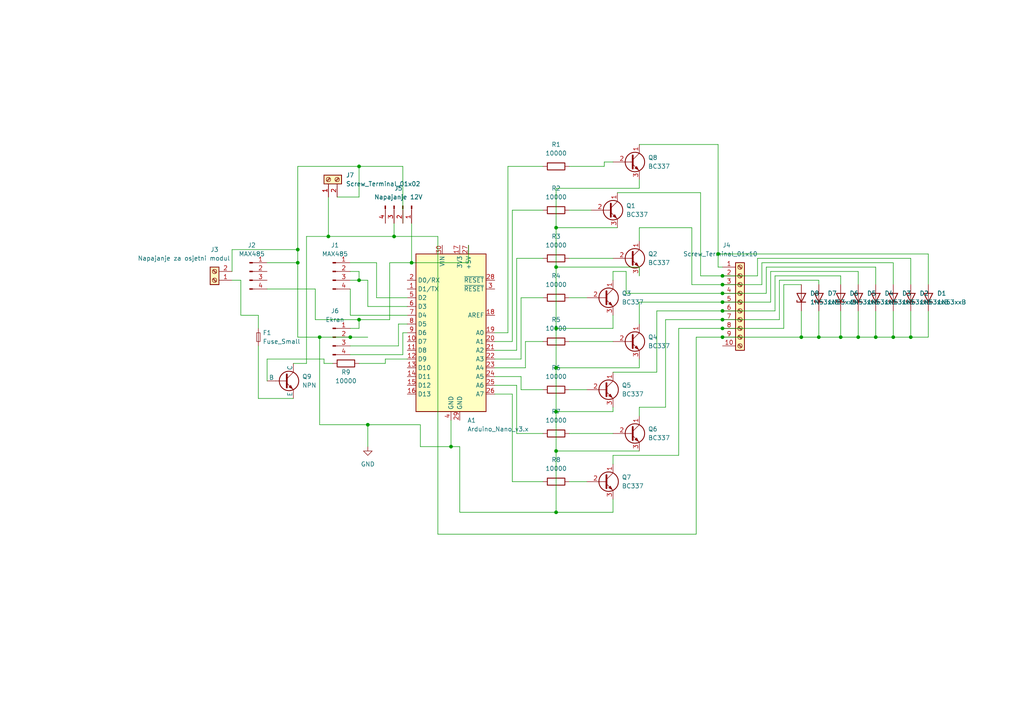
<source format=kicad_sch>
(kicad_sch (version 20230121) (generator eeschema)
  (paper "A4")
  (lib_symbols
    (symbol "Connector:Conn_01x04_Pin" (pin_names (offset 1.016) hide)
      (property "Reference" "J" (at 0 5.08 0))
      (property "Value" "Conn_01x04_Pin" (at 0 -7.62 0))
      (symbol "Conn_01x04_Pin_1_1"
        (polyline (pts (xy 1.27 -5.08) (xy 0.8636 -5.08)) (stroke (width 0.1524)))
        (polyline (pts (xy 1.27 -2.54) (xy 0.8636 -2.54)) (stroke (width 0.1524)))
        (polyline (pts (xy 1.27 0) (xy 0.8636 0)) (stroke (width 0.1524)))
        (polyline (pts (xy 1.27 2.54) (xy 0.8636 2.54)) (stroke (width 0.1524)))
        (rectangle (start 0.8636 -4.953) (end 0 -5.207) (stroke (width 0.1524)) (fill (type outline)))
        (rectangle (start 0.8636 -2.413) (end 0 -2.667) (stroke (width 0.1524)) (fill (type outline)))
        (rectangle (start 0.8636 0.127) (end 0 -0.127) (stroke (width 0.1524)) (fill (type outline)))
        (rectangle (start 0.8636 2.667) (end 0 2.413) (stroke (width 0.1524)) (fill (type outline)))
        (pin passive line (at 5.08 2.54 180) (length 3.81) (name "Pin_1") (number "1"))
        (pin passive line (at 5.08 0 180) (length 3.81) (name "Pin_2") (number "2"))
        (pin passive line (at 5.08 -2.54 180) (length 3.81) (name "Pin_3") (number "3"))
        (pin passive line (at 5.08 -5.08 180) (length 3.81) (name "Pin_4") (number "4"))
      )
    )
    (symbol "Connector:Screw_Terminal_01x02" (pin_names (offset 1.016) hide)
      (property "Reference" "J" (at 0 2.54 0))
      (property "Value" "Screw_Terminal_01x02" (at 0 -5.08 0))
      (symbol "Screw_Terminal_01x02_1_1"
        (rectangle (start -1.27 1.27) (end 1.27 -3.81) (stroke (width 0.254)) (fill (type background)))
        (circle (center 0 -2.54) (radius 0.635) (stroke (width 0.1524)))
        (polyline (pts (xy -0.5334 -2.2098) (xy 0.3302 -3.048)) (stroke (width 0.1524)))
        (polyline (pts (xy -0.5334 0.3302) (xy 0.3302 -0.508)) (stroke (width 0.1524)))
        (polyline (pts (xy -0.3556 -2.032) (xy 0.508 -2.8702)) (stroke (width 0.1524)))
        (polyline (pts (xy -0.3556 0.508) (xy 0.508 -0.3302)) (stroke (width 0.1524)))
        (circle (center 0 0) (radius 0.635) (stroke (width 0.1524)))
        (pin passive line (at -5.08 0 0) (length 3.81) (name "Pin_1") (number "1"))
        (pin passive line (at -5.08 -2.54 0) (length 3.81) (name "Pin_2") (number "2"))
      )
    )
    (symbol "Connector:Screw_Terminal_01x10" (pin_names (offset 1.016) hide)
      (property "Reference" "J" (at 0 12.7 0))
      (property "Value" "Screw_Terminal_01x10" (at 0 -15.24 0))
      (symbol "Screw_Terminal_01x10_1_1"
        (rectangle (start -1.27 11.43) (end 1.27 -13.97) (stroke (width 0.254)) (fill (type background)))
        (circle (center 0 -12.7) (radius 0.635) (stroke (width 0.1524)))
        (circle (center 0 -10.16) (radius 0.635) (stroke (width 0.1524)))
        (circle (center 0 -7.62) (radius 0.635) (stroke (width 0.1524)))
        (circle (center 0 -5.08) (radius 0.635) (stroke (width 0.1524)))
        (circle (center 0 -2.54) (radius 0.635) (stroke (width 0.1524)))
        (polyline (pts (xy -0.5334 -12.3698) (xy 0.3302 -13.208)) (stroke (width 0.1524)))
        (polyline (pts (xy -0.5334 -9.8298) (xy 0.3302 -10.668)) (stroke (width 0.1524)))
        (polyline (pts (xy -0.5334 -7.2898) (xy 0.3302 -8.128)) (stroke (width 0.1524)))
        (polyline (pts (xy -0.5334 -4.7498) (xy 0.3302 -5.588)) (stroke (width 0.1524)))
        (polyline (pts (xy -0.5334 -2.2098) (xy 0.3302 -3.048)) (stroke (width 0.1524)))
        (polyline (pts (xy -0.5334 0.3302) (xy 0.3302 -0.508)) (stroke (width 0.1524)))
        (polyline (pts (xy -0.5334 2.8702) (xy 0.3302 2.032)) (stroke (width 0.1524)))
        (polyline (pts (xy -0.5334 5.4102) (xy 0.3302 4.572)) (stroke (width 0.1524)))
        (polyline (pts (xy -0.5334 7.9502) (xy 0.3302 7.112)) (stroke (width 0.1524)))
        (polyline (pts (xy -0.5334 10.4902) (xy 0.3302 9.652)) (stroke (width 0.1524)))
        (polyline (pts (xy -0.3556 -12.192) (xy 0.508 -13.0302)) (stroke (width 0.1524)))
        (polyline (pts (xy -0.3556 -9.652) (xy 0.508 -10.4902)) (stroke (width 0.1524)))
        (polyline (pts (xy -0.3556 -7.112) (xy 0.508 -7.9502)) (stroke (width 0.1524)))
        (polyline (pts (xy -0.3556 -4.572) (xy 0.508 -5.4102)) (stroke (width 0.1524)))
        (polyline (pts (xy -0.3556 -2.032) (xy 0.508 -2.8702)) (stroke (width 0.1524)))
        (polyline (pts (xy -0.3556 0.508) (xy 0.508 -0.3302)) (stroke (width 0.1524)))
        (polyline (pts (xy -0.3556 3.048) (xy 0.508 2.2098)) (stroke (width 0.1524)))
        (polyline (pts (xy -0.3556 5.588) (xy 0.508 4.7498)) (stroke (width 0.1524)))
        (polyline (pts (xy -0.3556 8.128) (xy 0.508 7.2898)) (stroke (width 0.1524)))
        (polyline (pts (xy -0.3556 10.668) (xy 0.508 9.8298)) (stroke (width 0.1524)))
        (circle (center 0 0) (radius 0.635) (stroke (width 0.1524)))
        (circle (center 0 2.54) (radius 0.635) (stroke (width 0.1524)))
        (circle (center 0 5.08) (radius 0.635) (stroke (width 0.1524)))
        (circle (center 0 7.62) (radius 0.635) (stroke (width 0.1524)))
        (circle (center 0 10.16) (radius 0.635) (stroke (width 0.1524)))
        (pin passive line (at -5.08 10.16 0) (length 3.81) (name "Pin_1") (number "1"))
        (pin passive line (at -5.08 -12.7 0) (length 3.81) (name "Pin_10") (number "10"))
        (pin passive line (at -5.08 7.62 0) (length 3.81) (name "Pin_2") (number "2"))
        (pin passive line (at -5.08 5.08 0) (length 3.81) (name "Pin_3") (number "3"))
        (pin passive line (at -5.08 2.54 0) (length 3.81) (name "Pin_4") (number "4"))
        (pin passive line (at -5.08 0 0) (length 3.81) (name "Pin_5") (number "5"))
        (pin passive line (at -5.08 -2.54 0) (length 3.81) (name "Pin_6") (number "6"))
        (pin passive line (at -5.08 -5.08 0) (length 3.81) (name "Pin_7") (number "7"))
        (pin passive line (at -5.08 -7.62 0) (length 3.81) (name "Pin_8") (number "8"))
        (pin passive line (at -5.08 -10.16 0) (length 3.81) (name "Pin_9") (number "9"))
      )
    )
    (symbol "Device:Fuse_Small" (pin_numbers hide) (pin_names (offset 0.254) hide)
      (property "Reference" "F" (at 0 -1.524 0))
      (property "Value" "Fuse_Small" (at 0 1.524 0))
      (symbol "Fuse_Small_0_1"
        (rectangle (start -1.27 0.508) (end 1.27 -0.508))
        (polyline (pts (xy -1.27 0) (xy 1.27 0)))
      )
      (symbol "Fuse_Small_1_1"
        (pin passive line (at -2.54 0 0) (length 1.27) (name "~") (number "1"))
        (pin passive line (at 2.54 0 180) (length 1.27) (name "~") (number "2"))
      )
    )
    (symbol "Device:R" (pin_numbers hide) (pin_names (offset 0))
      (property "Reference" "R" (at 2.032 0 90))
      (property "Value" "R" (at 0 0 90))
      (symbol "R_0_1"
        (rectangle (start -1.016 -2.54) (end 1.016 2.54) (stroke (width 0.254)))
      )
      (symbol "R_1_1"
        (pin passive line (at 0 3.81 270) (length 1.27) (name "~") (number "1"))
        (pin passive line (at 0 -3.81 90) (length 1.27) (name "~") (number "2"))
      )
    )
    (symbol "Diode:1N53xxB" (pin_numbers hide) (pin_names hide)
      (property "Reference" "D" (at 0 2.54 0))
      (property "Value" "1N53xxB" (at 0 -2.54 0))
      (symbol "1N53xxB_0_1"
        (polyline (pts (xy 1.27 0) (xy -1.27 0)))
        (polyline (pts (xy -1.27 -1.27) (xy -1.27 1.27) (xy -0.762 1.27)) (stroke (width 0.254)))
        (polyline (pts (xy 1.27 -1.27) (xy 1.27 1.27) (xy -1.27 0) (xy 1.27 -1.27)) (stroke (width 0.254)))
      )
      (symbol "1N53xxB_1_1"
        (pin passive line (at -3.81 0 0) (length 2.54) (name "K") (number "1"))
        (pin passive line (at 3.81 0 180) (length 2.54) (name "A") (number "2"))
      )
    )
    (symbol "MCU_Module:Arduino_Nano_v3.x"
      (property "Reference" "A" (at -10.16 23.495 0))
      (property "Value" "Arduino_Nano_v3.x" (at 5.08 -24.13 0))
      (symbol "Arduino_Nano_v3.x_0_1"
        (rectangle (start -10.16 22.86) (end 10.16 -22.86) (stroke (width 0.254)) (fill (type background)))
      )
      (symbol "Arduino_Nano_v3.x_1_1"
        (pin bidirectional line (at -12.7 12.7 0) (length 2.54) (name "D1/TX") (number "1"))
        (pin bidirectional line (at -12.7 -2.54 0) (length 2.54) (name "D7") (number "10"))
        (pin bidirectional line (at -12.7 -5.08 0) (length 2.54) (name "D8") (number "11"))
        (pin bidirectional line (at -12.7 -7.62 0) (length 2.54) (name "D9") (number "12"))
        (pin bidirectional line (at -12.7 -10.16 0) (length 2.54) (name "D10") (number "13"))
        (pin bidirectional line (at -12.7 -12.7 0) (length 2.54) (name "D11") (number "14"))
        (pin bidirectional line (at -12.7 -15.24 0) (length 2.54) (name "D12") (number "15"))
        (pin bidirectional line (at -12.7 -17.78 0) (length 2.54) (name "D13") (number "16"))
        (pin power_out line (at 2.54 25.4 270) (length 2.54) (name "3V3") (number "17"))
        (pin input line (at 12.7 5.08 180) (length 2.54) (name "AREF") (number "18"))
        (pin bidirectional line (at 12.7 0 180) (length 2.54) (name "A0") (number "19"))
        (pin bidirectional line (at -12.7 15.24 0) (length 2.54) (name "D0/RX") (number "2"))
        (pin bidirectional line (at 12.7 -2.54 180) (length 2.54) (name "A1") (number "20"))
        (pin bidirectional line (at 12.7 -5.08 180) (length 2.54) (name "A2") (number "21"))
        (pin bidirectional line (at 12.7 -7.62 180) (length 2.54) (name "A3") (number "22"))
        (pin bidirectional line (at 12.7 -10.16 180) (length 2.54) (name "A4") (number "23"))
        (pin bidirectional line (at 12.7 -12.7 180) (length 2.54) (name "A5") (number "24"))
        (pin bidirectional line (at 12.7 -15.24 180) (length 2.54) (name "A6") (number "25"))
        (pin bidirectional line (at 12.7 -17.78 180) (length 2.54) (name "A7") (number "26"))
        (pin power_out line (at 5.08 25.4 270) (length 2.54) (name "+5V") (number "27"))
        (pin input line (at 12.7 15.24 180) (length 2.54) (name "~{RESET}") (number "28"))
        (pin power_in line (at 2.54 -25.4 90) (length 2.54) (name "GND") (number "29"))
        (pin input line (at 12.7 12.7 180) (length 2.54) (name "~{RESET}") (number "3"))
        (pin power_in line (at -2.54 25.4 270) (length 2.54) (name "VIN") (number "30"))
        (pin power_in line (at 0 -25.4 90) (length 2.54) (name "GND") (number "4"))
        (pin bidirectional line (at -12.7 10.16 0) (length 2.54) (name "D2") (number "5"))
        (pin bidirectional line (at -12.7 7.62 0) (length 2.54) (name "D3") (number "6"))
        (pin bidirectional line (at -12.7 5.08 0) (length 2.54) (name "D4") (number "7"))
        (pin bidirectional line (at -12.7 2.54 0) (length 2.54) (name "D5") (number "8"))
        (pin bidirectional line (at -12.7 0 0) (length 2.54) (name "D6") (number "9"))
      )
    )
    (symbol "Simulation_SPICE:NPN" (pin_numbers hide) (pin_names (offset 0))
      (property "Reference" "Q" (at -2.54 7.62 0))
      (property "Value" "NPN" (at -2.54 5.08 0))
      (symbol "NPN_0_1"
        (polyline (pts (xy -2.54 0) (xy 0.635 0)) (stroke (width 0.1524)))
        (polyline (pts (xy 0.635 0.635) (xy 2.54 2.54)))
        (polyline (pts (xy 2.794 -1.27) (xy 2.794 -1.27)) (stroke (width 0.1524)))
        (polyline (pts (xy 2.794 -1.27) (xy 2.794 -1.27)) (stroke (width 0.1524)))
        (polyline (pts (xy 0.635 -0.635) (xy 2.54 -2.54) (xy 2.54 -2.54)))
        (polyline (pts (xy 0.635 1.905) (xy 0.635 -1.905) (xy 0.635 -1.905)) (stroke (width 0.508)))
        (polyline (pts (xy 1.27 -1.778) (xy 1.778 -1.27) (xy 2.286 -2.286) (xy 1.27 -1.778) (xy 1.27 -1.778)) (fill (type outline)))
        (circle (center 1.27 0) (radius 2.8194) (stroke (width 0.254)))
      )
      (symbol "NPN_1_1"
        (pin open_collector line (at 2.54 5.08 270) (length 2.54) (name "C") (number "1"))
        (pin input line (at -5.08 0 0) (length 2.54) (name "B") (number "2"))
        (pin open_emitter line (at 2.54 -5.08 90) (length 2.54) (name "E") (number "3"))
      )
    )
    (symbol "Transistor_BJT:BC337" (pin_names (offset 0) hide)
      (property "Reference" "Q" (at 5.08 1.905 0))
      (property "Value" "BC337" (at 5.08 0 0))
      (symbol "BC337_0_1"
        (polyline (pts (xy 0 0) (xy 0.635 0)))
        (polyline (pts (xy 0.635 0.635) (xy 2.54 2.54)))
        (polyline (pts (xy 0.635 -0.635) (xy 2.54 -2.54) (xy 2.54 -2.54)))
        (polyline (pts (xy 0.635 1.905) (xy 0.635 -1.905) (xy 0.635 -1.905)) (stroke (width 0.508)))
        (polyline (pts (xy 1.27 -1.778) (xy 1.778 -1.27) (xy 2.286 -2.286) (xy 1.27 -1.778) (xy 1.27 -1.778)) (fill (type outline)))
        (circle (center 1.27 0) (radius 2.8194) (stroke (width 0.254)))
      )
      (symbol "BC337_1_1"
        (pin passive line (at 2.54 5.08 270) (length 2.54) (name "C") (number "1"))
        (pin input line (at -5.08 0 0) (length 5.08) (name "B") (number "2"))
        (pin passive line (at 2.54 -5.08 90) (length 2.54) (name "E") (number "3"))
      )
    )
    (symbol "power:GND" (power) (pin_names (offset 0))
      (property "Value" "GND" (at 0 -3.81 0))
      (symbol "GND_0_1"
        (polyline (pts (xy 0 0) (xy 0 -1.27) (xy 1.27 -1.27) (xy 0 -2.54) (xy -1.27 -1.27) (xy 0 -1.27)))
      )
      (symbol "GND_1_1"
        (pin power_in line (at 0 0 270) (length 0) hide (name "GND") (number "1"))
      )
    )
  )
  (junction (at 86.36 72.39))
  (junction (at 264.16 97.79))
  (junction (at 209.55 90.17))
  (junction (at 237.49 97.79))
  (junction (at 161.29 95.25))
  (junction (at 101.6 97.79))
  (junction (at 232.41 97.79))
  (junction (at 86.36 76.2))
  (junction (at 104.14 92.71))
  (junction (at 254 97.79))
  (junction (at 114.3 68.58))
  (junction (at 161.29 119.38))
  (junction (at 106.68 123.19))
  (junction (at 104.14 48.26))
  (junction (at 104.14 81.28))
  (junction (at 161.29 106.68))
  (junction (at 209.55 87.63))
  (junction (at 259.08 97.79))
  (junction (at 243.84 97.79))
  (junction (at 130.81 129.54))
  (junction (at 161.29 130.81))
  (junction (at 209.55 80.01))
  (junction (at 161.29 148.59))
  (junction (at 209.55 85.09))
  (junction (at 209.55 92.71))
  (junction (at 248.92 97.79))
  (junction (at 209.55 95.25))
  (junction (at 161.29 66.04))
  (junction (at 95.25 68.58))
  (junction (at 92.71 97.79))
  (junction (at 208.28 73.66))
  (junction (at 209.55 97.79))
  (junction (at 119.38 76.2))
  (junction (at 209.55 82.55))
  (junction (at 161.29 77.47))
  (wire (pts (xy 119.38 76.2) (xy 135.89 76.2)))
  (wire (pts (xy 227.33 82.55) (xy 227.33 95.25)))
  (wire (pts (xy 111.76 104.14) (xy 111.76 105.41)))
  (wire (pts (xy 148.59 60.96) (xy 157.48 60.96)))
  (wire (pts (xy 203.2 55.88) (xy 179.07 55.88)))
  (wire (pts (xy 264.16 97.79) (xy 264.16 90.17)))
  (wire (pts (xy 104.14 48.26) (xy 116.84 48.26)))
  (wire (pts (xy 177.8 107.95) (xy 190.5 107.95)))
  (wire (pts (xy 232.41 97.79) (xy 237.49 97.79)))
  (wire (pts (xy 185.42 52.07) (xy 185.42 54.61)))
  (wire (pts (xy 85.09 115.57) (xy 74.93 115.57)))
  (wire (pts (xy 77.47 76.2) (xy 86.36 76.2)))
  (wire (pts (xy 91.44 92.71) (xy 104.14 92.71)))
  (wire (pts (xy 161.29 54.61) (xy 161.29 66.04)))
  (wire (pts (xy 86.36 76.2) (xy 86.36 97.79)))
  (wire (pts (xy 269.24 97.79) (xy 269.24 90.17)))
  (wire (pts (xy 161.29 106.68) (xy 161.29 119.38)))
  (wire (pts (xy 190.5 107.95) (xy 190.5 90.17)))
  (wire (pts (xy 175.26 48.26) (xy 175.26 46.99)))
  (wire (pts (xy 151.13 104.14) (xy 151.13 86.36)))
  (wire (pts (xy 106.68 123.19) (xy 106.68 129.54)))
  (wire (pts (xy 161.29 148.59) (xy 133.35 148.59)))
  (wire (pts (xy 101.6 76.2) (xy 109.22 76.2)))
  (wire (pts (xy 165.1 86.36) (xy 170.18 86.36)))
  (wire (pts (xy 232.41 97.79) (xy 232.41 90.17)))
  (wire (pts (xy 143.51 96.52) (xy 147.32 96.52)))
  (wire (pts (xy 101.6 97.79) (xy 106.68 97.79)))
  (wire (pts (xy 67.31 72.39) (xy 86.36 72.39)))
  (wire (pts (xy 92.71 123.19) (xy 106.68 123.19)))
  (wire (pts (xy 224.79 80.01) (xy 224.79 90.17)))
  (wire (pts (xy 185.42 54.61) (xy 161.29 54.61)))
  (wire (pts (xy 161.29 77.47) (xy 161.29 95.25)))
  (wire (pts (xy 209.55 97.79) (xy 232.41 97.79)))
  (wire (pts (xy 135.89 71.12) (xy 135.89 76.2)))
  (wire (pts (xy 148.59 139.7) (xy 157.48 139.7)))
  (wire (pts (xy 93.98 104.14) (xy 77.47 104.14)))
  (wire (pts (xy 220.98 76.2) (xy 220.98 82.55)))
  (wire (pts (xy 208.28 41.91) (xy 185.42 41.91)))
  (wire (pts (xy 208.28 73.66) (xy 208.28 77.47)))
  (wire (pts (xy 86.36 72.39) (xy 86.36 76.2)))
  (wire (pts (xy 181.61 78.74) (xy 181.61 85.09)))
  (wire (pts (xy 147.32 48.26) (xy 157.48 48.26)))
  (wire (pts (xy 161.29 119.38) (xy 161.29 130.81)))
  (wire (pts (xy 259.08 97.79) (xy 259.08 90.17)))
  (wire (pts (xy 151.13 113.03) (xy 157.48 113.03)))
  (wire (pts (xy 177.8 132.08) (xy 177.8 134.62)))
  (wire (pts (xy 165.1 125.73) (xy 177.8 125.73)))
  (wire (pts (xy 86.36 97.79) (xy 92.71 97.79)))
  (wire (pts (xy 77.47 110.49) (xy 77.47 104.14)))
  (wire (pts (xy 109.22 76.2) (xy 109.22 86.36)))
  (wire (pts (xy 196.85 95.25) (xy 196.85 132.08)))
  (wire (pts (xy 264.16 97.79) (xy 269.24 97.79)))
  (wire (pts (xy 114.3 64.77) (xy 114.3 68.58)))
  (wire (pts (xy 161.29 130.81) (xy 185.42 130.81)))
  (wire (pts (xy 185.42 66.04) (xy 185.42 69.85)))
  (wire (pts (xy 88.9 68.58) (xy 88.9 105.41)))
  (wire (pts (xy 143.51 101.6) (xy 149.86 101.6)))
  (wire (pts (xy 224.79 90.17) (xy 209.55 90.17)))
  (wire (pts (xy 181.61 78.74) (xy 177.8 78.74)))
  (wire (pts (xy 201.93 97.79) (xy 201.93 154.94)))
  (wire (pts (xy 69.85 91.44) (xy 69.85 81.28)))
  (wire (pts (xy 185.42 118.11) (xy 185.42 120.65)))
  (wire (pts (xy 151.13 109.22) (xy 151.13 113.03)))
  (wire (pts (xy 254 77.47) (xy 222.25 77.47)))
  (wire (pts (xy 113.03 76.2) (xy 119.38 76.2)))
  (wire (pts (xy 248.92 82.55) (xy 248.92 78.74)))
  (wire (pts (xy 88.9 68.58) (xy 95.25 68.58)))
  (wire (pts (xy 74.93 91.44) (xy 74.93 95.25)))
  (wire (pts (xy 177.8 78.74) (xy 177.8 81.28)))
  (wire (pts (xy 259.08 76.2) (xy 220.98 76.2)))
  (wire (pts (xy 127 154.94) (xy 127 68.58)))
  (wire (pts (xy 177.8 91.44) (xy 177.8 95.25)))
  (wire (pts (xy 152.4 106.68) (xy 152.4 99.06)))
  (wire (pts (xy 243.84 82.55) (xy 243.84 80.01)))
  (wire (pts (xy 119.38 64.77) (xy 119.38 76.2)))
  (wire (pts (xy 104.14 81.28) (xy 106.68 81.28)))
  (wire (pts (xy 104.14 92.71) (xy 113.03 92.71)))
  (wire (pts (xy 133.35 148.59) (xy 133.35 129.54)))
  (wire (pts (xy 259.08 82.55) (xy 259.08 76.2)))
  (wire (pts (xy 111.76 104.14) (xy 118.11 104.14)))
  (wire (pts (xy 101.6 100.33) (xy 115.57 100.33)))
  (wire (pts (xy 220.98 82.55) (xy 209.55 82.55)))
  (wire (pts (xy 148.59 114.3) (xy 148.59 139.7)))
  (wire (pts (xy 177.8 148.59) (xy 177.8 144.78)))
  (wire (pts (xy 101.6 81.28) (xy 104.14 81.28)))
  (wire (pts (xy 222.25 85.09) (xy 209.55 85.09)))
  (wire (pts (xy 149.86 74.93) (xy 157.48 74.93)))
  (wire (pts (xy 101.6 102.87) (xy 116.84 102.87)))
  (wire (pts (xy 209.55 85.09) (xy 181.61 85.09)))
  (wire (pts (xy 148.59 99.06) (xy 148.59 60.96)))
  (wire (pts (xy 203.2 55.88) (xy 203.2 80.01)))
  (wire (pts (xy 264.16 74.93) (xy 219.71 74.93)))
  (wire (pts (xy 201.93 97.79) (xy 209.55 97.79)))
  (wire (pts (xy 149.86 125.73) (xy 157.48 125.73)))
  (wire (pts (xy 88.9 105.41) (xy 85.09 105.41)))
  (wire (pts (xy 93.98 105.41) (xy 93.98 104.14)))
  (wire (pts (xy 116.84 96.52) (xy 118.11 96.52)))
  (wire (pts (xy 86.36 48.26) (xy 86.36 72.39)))
  (wire (pts (xy 106.68 81.28) (xy 106.68 88.9)))
  (wire (pts (xy 248.92 97.79) (xy 248.92 90.17)))
  (wire (pts (xy 143.51 106.68) (xy 152.4 106.68)))
  (wire (pts (xy 149.86 111.76) (xy 149.86 125.73)))
  (wire (pts (xy 149.86 101.6) (xy 149.86 74.93)))
  (wire (pts (xy 200.66 66.04) (xy 185.42 66.04)))
  (wire (pts (xy 143.51 109.22) (xy 151.13 109.22)))
  (wire (pts (xy 86.36 48.26) (xy 104.14 48.26)))
  (wire (pts (xy 165.1 60.96) (xy 171.45 60.96)))
  (wire (pts (xy 200.66 82.55) (xy 200.66 66.04)))
  (wire (pts (xy 165.1 48.26) (xy 175.26 48.26)))
  (wire (pts (xy 101.6 83.82) (xy 101.6 91.44)))
  (wire (pts (xy 237.49 97.79) (xy 243.84 97.79)))
  (wire (pts (xy 254 82.55) (xy 254 77.47)))
  (wire (pts (xy 165.1 99.06) (xy 177.8 99.06)))
  (wire (pts (xy 130.81 121.92) (xy 130.81 129.54)))
  (wire (pts (xy 109.22 86.36) (xy 118.11 86.36)))
  (wire (pts (xy 115.57 93.98) (xy 118.11 93.98)))
  (wire (pts (xy 69.85 81.28) (xy 67.31 81.28)))
  (wire (pts (xy 161.29 119.38) (xy 177.8 119.38)))
  (wire (pts (xy 175.26 46.99) (xy 177.8 46.99)))
  (wire (pts (xy 190.5 90.17) (xy 209.55 90.17)))
  (wire (pts (xy 269.24 73.66) (xy 208.28 73.66)))
  (wire (pts (xy 101.6 97.79) (xy 92.71 97.79)))
  (wire (pts (xy 130.81 129.54) (xy 133.35 129.54)))
  (wire (pts (xy 193.04 118.11) (xy 185.42 118.11)))
  (wire (pts (xy 161.29 95.25) (xy 161.29 106.68)))
  (wire (pts (xy 111.76 105.41) (xy 104.14 105.41)))
  (wire (pts (xy 185.42 87.63) (xy 185.42 93.98)))
  (wire (pts (xy 116.84 48.26) (xy 116.84 64.77)))
  (wire (pts (xy 223.52 87.63) (xy 209.55 87.63)))
  (wire (pts (xy 106.68 88.9) (xy 118.11 88.9)))
  (wire (pts (xy 237.49 81.28) (xy 226.06 81.28)))
  (wire (pts (xy 143.51 114.3) (xy 148.59 114.3)))
  (wire (pts (xy 161.29 106.68) (xy 185.42 106.68)))
  (wire (pts (xy 254 97.79) (xy 254 90.17)))
  (wire (pts (xy 264.16 82.55) (xy 264.16 74.93)))
  (wire (pts (xy 67.31 72.39) (xy 67.31 78.74)))
  (wire (pts (xy 74.93 91.44) (xy 69.85 91.44)))
  (wire (pts (xy 209.55 82.55) (xy 200.66 82.55)))
  (wire (pts (xy 165.1 139.7) (xy 170.18 139.7)))
  (wire (pts (xy 248.92 78.74) (xy 223.52 78.74)))
  (wire (pts (xy 101.6 91.44) (xy 118.11 91.44)))
  (wire (pts (xy 92.71 97.79) (xy 92.71 123.19)))
  (wire (pts (xy 97.79 57.15) (xy 104.14 57.15)))
  (wire (pts (xy 222.25 77.47) (xy 222.25 85.09)))
  (wire (pts (xy 161.29 66.04) (xy 179.07 66.04)))
  (wire (pts (xy 116.84 102.87) (xy 116.84 96.52)))
  (wire (pts (xy 243.84 97.79) (xy 243.84 90.17)))
  (wire (pts (xy 185.42 104.14) (xy 185.42 106.68)))
  (wire (pts (xy 161.29 130.81) (xy 161.29 148.59)))
  (wire (pts (xy 143.51 99.06) (xy 148.59 99.06)))
  (wire (pts (xy 147.32 96.52) (xy 147.32 48.26)))
  (wire (pts (xy 223.52 78.74) (xy 223.52 87.63)))
  (wire (pts (xy 151.13 86.36) (xy 157.48 86.36)))
  (wire (pts (xy 127 68.58) (xy 114.3 68.58)))
  (wire (pts (xy 161.29 148.59) (xy 177.8 148.59)))
  (wire (pts (xy 185.42 77.47) (xy 161.29 77.47)))
  (wire (pts (xy 95.25 57.15) (xy 95.25 68.58)))
  (wire (pts (xy 165.1 74.93) (xy 177.8 74.93)))
  (wire (pts (xy 226.06 81.28) (xy 226.06 92.71)))
  (wire (pts (xy 259.08 97.79) (xy 264.16 97.79)))
  (wire (pts (xy 226.06 92.71) (xy 209.55 92.71)))
  (wire (pts (xy 177.8 119.38) (xy 177.8 118.11)))
  (wire (pts (xy 237.49 82.55) (xy 237.49 81.28)))
  (wire (pts (xy 104.14 57.15) (xy 104.14 48.26)))
  (wire (pts (xy 143.51 104.14) (xy 151.13 104.14)))
  (wire (pts (xy 104.14 92.71) (xy 104.14 95.25)))
  (wire (pts (xy 104.14 78.74) (xy 101.6 78.74)))
  (wire (pts (xy 106.68 123.19) (xy 121.92 123.19)))
  (wire (pts (xy 115.57 100.33) (xy 115.57 93.98)))
  (wire (pts (xy 196.85 132.08) (xy 177.8 132.08)))
  (wire (pts (xy 185.42 80.01) (xy 185.42 77.47)))
  (wire (pts (xy 91.44 83.82) (xy 91.44 92.71)))
  (wire (pts (xy 243.84 80.01) (xy 224.79 80.01)))
  (wire (pts (xy 96.52 105.41) (xy 93.98 105.41)))
  (wire (pts (xy 114.3 68.58) (xy 95.25 68.58)))
  (wire (pts (xy 208.28 41.91) (xy 208.28 73.66)))
  (wire (pts (xy 208.28 77.47) (xy 209.55 77.47)))
  (wire (pts (xy 269.24 82.55) (xy 269.24 73.66)))
  (wire (pts (xy 209.55 95.25) (xy 196.85 95.25)))
  (wire (pts (xy 143.51 111.76) (xy 149.86 111.76)))
  (wire (pts (xy 152.4 99.06) (xy 157.48 99.06)))
  (wire (pts (xy 219.71 80.01) (xy 209.55 80.01)))
  (wire (pts (xy 254 97.79) (xy 259.08 97.79)))
  (wire (pts (xy 121.92 123.19) (xy 121.92 129.54)))
  (wire (pts (xy 248.92 97.79) (xy 254 97.79)))
  (wire (pts (xy 121.92 129.54) (xy 130.81 129.54)))
  (wire (pts (xy 209.55 92.71) (xy 193.04 92.71)))
  (wire (pts (xy 104.14 95.25) (xy 101.6 95.25)))
  (wire (pts (xy 77.47 83.82) (xy 91.44 83.82)))
  (wire (pts (xy 219.71 74.93) (xy 219.71 80.01)))
  (wire (pts (xy 203.2 80.01) (xy 209.55 80.01)))
  (wire (pts (xy 185.42 87.63) (xy 209.55 87.63)))
  (wire (pts (xy 74.93 100.33) (xy 74.93 115.57)))
  (wire (pts (xy 227.33 95.25) (xy 209.55 95.25)))
  (wire (pts (xy 193.04 92.71) (xy 193.04 118.11)))
  (wire (pts (xy 161.29 66.04) (xy 161.29 77.47)))
  (wire (pts (xy 165.1 113.03) (xy 170.18 113.03)))
  (wire (pts (xy 201.93 154.94) (xy 127 154.94)))
  (wire (pts (xy 113.03 92.71) (xy 113.03 76.2)))
  (wire (pts (xy 177.8 95.25) (xy 161.29 95.25)))
  (wire (pts (xy 237.49 97.79) (xy 237.49 90.17)))
  (wire (pts (xy 104.14 81.28) (xy 104.14 78.74)))
  (wire (pts (xy 232.41 82.55) (xy 227.33 82.55)))
  (wire (pts (xy 243.84 97.79) (xy 248.92 97.79)))
  (symbol (lib_id "Diode:1N53xxB") (at 259.08 86.36 90) (unit 1)
    (property "Reference" "D3" (at 261.62 85.09 90) (effects (justify right)))
    (property "Value" "1N53xxB" (at 261.62 87.63 90) (effects (justify right)))
    (property "Footprint" "Diode_THT:D_DO-15_P10.16mm_Horizontal" (effects hide))
    (property "Datasheet" "https://diotec.com/tl_files/diotec/files/pdf/datasheets/1n5345b.pdf" (effects hide))
  )
  (symbol (lib_id "Transistor_BJT:BC337") (at 182.88 99.06 0) (unit 1)
    (property "Reference" "Q4" (at 187.96 97.79 0) (effects (justify left)))
    (property "Value" "BC337" (at 187.96 100.33 0) (effects (justify left)))
    (property "Footprint" "Package_TO_SOT_THT:TO-92_Inline" (effects hide))
    (property "Datasheet" "https://diotec.com/tl_files/diotec/files/pdf/datasheets/bc337.pdf" (effects hide))
  )
  (symbol (lib_id "Device:R") (at 161.29 99.06 90) (unit 1)
    (property "Reference" "R5" (at 161.29 92.71 90))
    (property "Value" "10000" (at 161.29 95.25 90))
    (property "Footprint" "Resistor_THT:R_Axial_DIN0207_L6.3mm_D2.5mm_P10.16mm_Horizontal" (effects hide))
  )
  (symbol (lib_id "Device:R") (at 161.29 86.36 90) (unit 1)
    (property "Reference" "R4" (at 161.29 80.01 90))
    (property "Value" "10000" (at 161.29 82.55 90))
    (property "Footprint" "Resistor_THT:R_Axial_DIN0207_L6.3mm_D2.5mm_P10.16mm_Horizontal" (effects hide))
  )
  (symbol (lib_id "Device:R") (at 161.29 113.03 90) (unit 1)
    (property "Reference" "R6" (at 161.29 106.68 90))
    (property "Value" "10000" (at 161.29 109.22 90))
    (property "Footprint" "Resistor_THT:R_Axial_DIN0207_L6.3mm_D2.5mm_P10.16mm_Horizontal" (effects hide))
  )
  (symbol (lib_id "Connector:Screw_Terminal_01x02") (at 62.23 81.28 180) (unit 1)
    (property "Reference" "J3" (at 62.23 72.39 0))
    (property "Value" "Napajanje za osjetni modul" (at 53.34 74.93 0))
    (property "Footprint" "TerminalBlock_Phoenix:TerminalBlock_Phoenix_MKDS-1,5-2_1x02_P5.00mm_Horizontal" (effects hide))
  )
  (symbol (lib_id "Device:R") (at 161.29 125.73 90) (unit 1)
    (property "Reference" "R7" (at 161.29 119.38 90))
    (property "Value" "10000" (at 161.29 121.92 90))
    (property "Footprint" "Resistor_THT:R_Axial_DIN0207_L6.3mm_D2.5mm_P10.16mm_Horizontal" (effects hide))
  )
  (symbol (lib_id "Transistor_BJT:BC337") (at 175.26 113.03 0) (unit 1)
    (property "Reference" "Q5" (at 180.34 111.76 0) (effects (justify left)))
    (property "Value" "BC337" (at 180.34 114.3 0) (effects (justify left)))
    (property "Footprint" "Package_TO_SOT_THT:TO-92_Inline" (effects hide))
    (property "Datasheet" "https://diotec.com/tl_files/diotec/files/pdf/datasheets/bc337.pdf" (effects hide))
  )
  (symbol (lib_id "Diode:1N53xxB") (at 243.84 86.36 90) (unit 1)
    (property "Reference" "D6" (at 246.38 85.09 90) (effects (justify right)))
    (property "Value" "1N53xxB" (at 246.38 87.63 90) (effects (justify right)))
    (property "Footprint" "Diode_THT:D_DO-15_P10.16mm_Horizontal" (effects hide))
    (property "Datasheet" "https://diotec.com/tl_files/diotec/files/pdf/datasheets/1n5345b.pdf" (effects hide))
  )
  (symbol (lib_id "power:GND") (at 106.68 129.54 0) (unit 1)
    (property "Reference" "#PWR02" (effects hide))
    (property "Value" "GND" (at 106.68 134.62 0))
  )
  (symbol (lib_id "Device:Fuse_Small") (at 74.93 97.79 90) (unit 1)
    (property "Reference" "F1" (at 76.2 96.52 90) (effects (justify right)))
    (property "Value" "Fuse_Small" (at 76.2 99.06 90) (effects (justify right)))
    (property "Footprint" "Fuse:Fuseholder_Clip-5x20mm_Littelfuse_111_Inline_P20.00x5.00mm_D1.05mm_Horizontal" (effects hide))
  )
  (symbol (lib_id "Device:R") (at 161.29 60.96 90) (unit 1)
    (property "Reference" "R2" (at 161.29 54.61 90))
    (property "Value" "10000" (at 161.29 57.15 90))
    (property "Footprint" "Resistor_THT:R_Axial_DIN0207_L6.3mm_D2.5mm_P10.16mm_Horizontal" (effects hide))
  )
  (symbol (lib_id "Device:R") (at 161.29 74.93 90) (unit 1)
    (property "Reference" "R3" (at 161.29 68.58 90))
    (property "Value" "10000" (at 161.29 71.12 90))
    (property "Footprint" "Resistor_THT:R_Axial_DIN0207_L6.3mm_D2.5mm_P10.16mm_Horizontal" (effects hide))
  )
  (symbol (lib_id "Device:R") (at 161.29 48.26 90) (unit 1)
    (property "Reference" "R1" (at 161.29 41.91 90))
    (property "Value" "10000" (at 161.29 44.45 90))
    (property "Footprint" "Resistor_THT:R_Axial_DIN0207_L6.3mm_D2.5mm_P10.16mm_Horizontal" (effects hide))
  )
  (symbol (lib_id "Simulation_SPICE:NPN") (at 82.55 110.49 0) (unit 1)
    (property "Reference" "Q9" (at 87.63 109.22 0) (effects (justify left)))
    (property "Value" "NPN" (at 87.63 111.76 0) (effects (justify left)))
    (property "Footprint" "Package_TO_SOT_THT:TO-92_Inline" (effects hide))
    (property "Sim.Device" "NPN" (effects hide))
    (property "Sim.Type" "GUMMELPOON" (effects hide))
    (property "Sim.Pins" "1=C 2=B 3=E" (effects hide))
  )
  (symbol (lib_id "Diode:1N53xxB") (at 248.92 86.36 90) (unit 1)
    (property "Reference" "D5" (at 251.46 85.09 90) (effects (justify right)))
    (property "Value" "1N53xxB" (at 251.46 87.63 90) (effects (justify right)))
    (property "Footprint" "Diode_THT:D_DO-15_P10.16mm_Horizontal" (effects hide))
    (property "Datasheet" "https://diotec.com/tl_files/diotec/files/pdf/datasheets/1n5345b.pdf" (effects hide))
  )
  (symbol (lib_id "Transistor_BJT:BC337") (at 176.53 60.96 0) (unit 1)
    (property "Reference" "Q1" (at 181.61 59.69 0) (effects (justify left)))
    (property "Value" "BC337" (at 181.61 62.23 0) (effects (justify left)))
    (property "Footprint" "Package_TO_SOT_THT:TO-92_Inline" (effects hide))
    (property "Datasheet" "https://diotec.com/tl_files/diotec/files/pdf/datasheets/bc337.pdf" (effects hide))
  )
  (symbol (lib_id "Device:R") (at 161.29 139.7 90) (unit 1)
    (property "Reference" "R8" (at 161.29 133.35 90))
    (property "Value" "10000" (at 161.29 135.89 90))
    (property "Footprint" "Resistor_THT:R_Axial_DIN0207_L6.3mm_D2.5mm_P10.16mm_Horizontal" (effects hide))
  )
  (symbol (lib_id "Diode:1N53xxB") (at 237.49 86.36 90) (unit 1)
    (property "Reference" "D7" (at 240.03 85.09 90) (effects (justify right)))
    (property "Value" "1N53xxB" (at 240.03 87.63 90) (effects (justify right)))
    (property "Footprint" "Diode_THT:D_DO-15_P10.16mm_Horizontal" (effects hide))
    (property "Datasheet" "https://diotec.com/tl_files/diotec/files/pdf/datasheets/1n5345b.pdf" (effects hide))
  )
  (symbol (lib_id "Transistor_BJT:BC337") (at 182.88 74.93 0) (unit 1)
    (property "Reference" "Q2" (at 187.96 73.66 0) (effects (justify left)))
    (property "Value" "BC337" (at 187.96 76.2 0) (effects (justify left)))
    (property "Footprint" "Package_TO_SOT_THT:TO-92_Inline" (effects hide))
    (property "Datasheet" "https://diotec.com/tl_files/diotec/files/pdf/datasheets/bc337.pdf" (effects hide))
  )
  (symbol (lib_id "Diode:1N53xxB") (at 254 86.36 90) (unit 1)
    (property "Reference" "D4" (at 256.54 85.09 90) (effects (justify right)))
    (property "Value" "1N53xxB" (at 256.54 87.63 90) (effects (justify right)))
    (property "Footprint" "Diode_THT:D_DO-15_P10.16mm_Horizontal" (effects hide))
    (property "Datasheet" "https://diotec.com/tl_files/diotec/files/pdf/datasheets/1n5345b.pdf" (effects hide))
  )
  (symbol (lib_id "Diode:1N53xxB") (at 232.41 86.36 90) (unit 1)
    (property "Reference" "D8" (at 234.95 85.09 90) (effects (justify right)))
    (property "Value" "1N53xxB" (at 234.95 87.63 90) (effects (justify right)))
    (property "Footprint" "Diode_THT:D_DO-15_P10.16mm_Horizontal" (effects hide))
    (property "Datasheet" "https://diotec.com/tl_files/diotec/files/pdf/datasheets/1n5345b.pdf" (effects hide))
  )
  (symbol (lib_id "Transistor_BJT:BC337") (at 175.26 139.7 0) (unit 1)
    (property "Reference" "Q7" (at 180.34 138.43 0) (effects (justify left)))
    (property "Value" "BC337" (at 180.34 140.97 0) (effects (justify left)))
    (property "Footprint" "Package_TO_SOT_THT:TO-92_Inline" (effects hide))
    (property "Datasheet" "https://diotec.com/tl_files/diotec/files/pdf/datasheets/bc337.pdf" (effects hide))
  )
  (symbol (lib_id "Connector:Conn_01x04_Pin") (at 72.39 78.74 0) (unit 1)
    (property "Reference" "J2" (at 73.025 71.12 0))
    (property "Value" "MAX485" (at 73.025 73.66 0))
    (property "Footprint" "Connector_PinHeader_2.54mm:PinHeader_1x04_P2.54mm_Vertical" (effects hide))
  )
  (symbol (lib_id "Connector:Screw_Terminal_01x02") (at 95.25 52.07 90) (unit 1)
    (property "Reference" "J7" (at 100.33 50.8 90) (effects (justify right)))
    (property "Value" "Screw_Terminal_01x02" (at 100.33 53.34 90) (effects (justify right)))
    (property "Footprint" "TerminalBlock_Phoenix:TerminalBlock_Phoenix_MKDS-1,5-2-5.08_1x02_P5.08mm_Horizontal" (effects hide))
  )
  (symbol (lib_id "Connector:Screw_Terminal_01x10") (at 214.63 87.63 0) (unit 1)
    (property "Reference" "J4" (at 209.55 71.12 0) (effects (justify left)))
    (property "Value" "Screw_Terminal_01x10" (at 198.12 73.66 0) (effects (justify left)))
    (property "Footprint" "TerminalBlock_Phoenix:TerminalBlock_Phoenix_MKDS-1,5-10_1x10_P5.00mm_Horizontal" (effects hide))
  )
  (symbol (lib_id "Transistor_BJT:BC337") (at 182.88 125.73 0) (unit 1)
    (property "Reference" "Q6" (at 187.96 124.46 0) (effects (justify left)))
    (property "Value" "BC337" (at 187.96 127 0) (effects (justify left)))
    (property "Footprint" "Package_TO_SOT_THT:TO-92_Inline" (effects hide))
    (property "Datasheet" "https://diotec.com/tl_files/diotec/files/pdf/datasheets/bc337.pdf" (effects hide))
  )
  (symbol (lib_id "Transistor_BJT:BC337") (at 175.26 86.36 0) (unit 1)
    (property "Reference" "Q3" (at 180.34 85.09 0) (effects (justify left)))
    (property "Value" "BC337" (at 180.34 87.63 0) (effects (justify left)))
    (property "Footprint" "Package_TO_SOT_THT:TO-92_Inline" (effects hide))
    (property "Datasheet" "https://diotec.com/tl_files/diotec/files/pdf/datasheets/bc337.pdf" (effects hide))
  )
  (symbol (lib_id "Connector:Conn_01x04_Pin") (at 96.52 78.74 0) (unit 1)
    (property "Reference" "J1" (at 97.155 71.12 0))
    (property "Value" "MAX485" (at 97.155 73.66 0))
    (property "Footprint" "Connector_PinHeader_2.54mm:PinHeader_1x04_P2.54mm_Vertical" (effects hide))
  )
  (symbol (lib_id "Connector:Conn_01x04_Pin") (at 96.52 97.79 0) (unit 1)
    (property "Reference" "J6" (at 97.155 90.17 0))
    (property "Value" "Ekran" (at 97.155 92.71 0))
    (property "Footprint" "Connector_PinHeader_2.54mm:PinHeader_1x04_P2.54mm_Vertical" (effects hide))
  )
  (symbol (lib_id "Transistor_BJT:BC337") (at 182.88 46.99 0) (unit 1)
    (property "Reference" "Q8" (at 187.96 45.72 0) (effects (justify left)))
    (property "Value" "BC337" (at 187.96 48.26 0) (effects (justify left)))
    (property "Footprint" "Package_TO_SOT_THT:TO-92_Inline" (effects hide))
    (property "Datasheet" "https://diotec.com/tl_files/diotec/files/pdf/datasheets/bc337.pdf" (effects hide))
  )
  (symbol (lib_id "Diode:1N53xxB") (at 269.24 86.36 90) (unit 1)
    (property "Reference" "D1" (at 271.78 85.09 90) (effects (justify right)))
    (property "Value" "1N53xxB" (at 271.78 87.63 90) (effects (justify right)))
    (property "Footprint" "Diode_THT:D_DO-15_P10.16mm_Horizontal" (effects hide))
    (property "Datasheet" "https://diotec.com/tl_files/diotec/files/pdf/datasheets/1n5345b.pdf" (effects hide))
  )
  (symbol (lib_id "MCU_Module:Arduino_Nano_v3.x") (at 130.81 96.52 0) (unit 1)
    (property "Reference" "A1" (at 135.5441 121.92 0) (effects (justify left)))
    (property "Value" "Arduino_Nano_v3.x" (at 135.5441 124.46 0) (effects (justify left)))
    (property "Footprint" "Module:Arduino_Nano" (effects hide))
    (property "Datasheet" "http://www.mouser.com/pdfdocs/Gravitech_Arduino_Nano3_0.pdf" (effects hide))
  )
  (symbol (lib_id "Device:R") (at 100.33 105.41 90) (unit 1)
    (property "Reference" "R9" (at 100.33 107.95 90))
    (property "Value" "10000" (at 100.33 110.49 90))
    (property "Footprint" "Resistor_THT:R_Axial_DIN0207_L6.3mm_D2.5mm_P10.16mm_Horizontal" (effects hide))
  )
  (symbol (lib_id "Connector:Conn_01x04_Pin") (at 116.84 59.69 270) (unit 1)
    (property "Reference" "J5" (at 115.57 54.61 90))
    (property "Value" "Napajanje 12V" (at 115.57 57.15 90))
    (property "Footprint" "Connector_PinHeader_2.54mm:PinHeader_1x04_P2.54mm_Vertical" (effects hide))
  )
  (symbol (lib_id "Diode:1N53xxB") (at 264.16 86.36 90) (unit 1)
    (property "Reference" "D2" (at 266.7 85.09 90) (effects (justify right)))
    (property "Value" "1N53xxB" (at 266.7 87.63 90) (effects (justify right)))
    (property "Footprint" "Diode_THT:D_DO-15_P10.16mm_Horizontal" (effects hide))
    (property "Datasheet" "https://diotec.com/tl_files/diotec/files/pdf/datasheets/1n5345b.pdf" (effects hide))
  )
)
</source>
